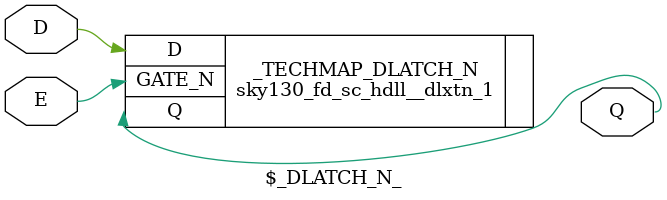
<source format=v>

module \$_DLATCH_P_ (input E, input D, output Q);
  sky130_fd_sc_hdll__dlxtp_1 _TECHMAP_DLATCH_P (
    //# {{data|Data Signals}}
    .D(D),
    .Q(Q),

    //# {{clocks|Clocking}}
    .GATE(E)
  );
endmodule

module \$_DLATCH_N_ (input E, input D, output Q);
  sky130_fd_sc_hdll__dlxtn_1 _TECHMAP_DLATCH_N (
    //# {{data|Data Signals}}
    .D(D),
    .Q(Q),

    //# {{clocks|Clocking}}
    .GATE_N(E)
  );
endmodule

</source>
